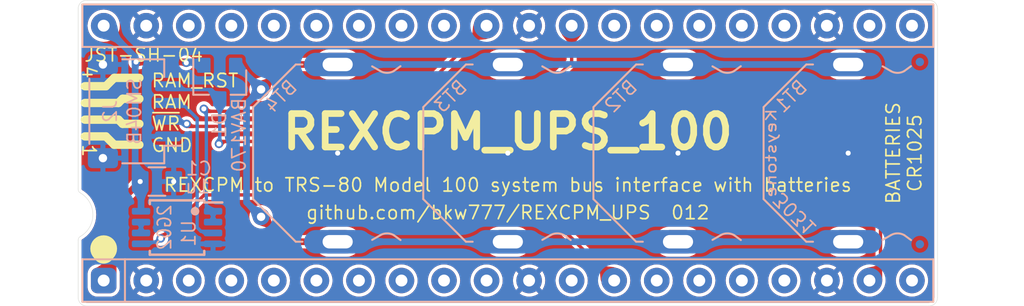
<source format=kicad_pcb>
(kicad_pcb (version 20240108) (generator "pcbnew") (generator_version "8.0")
  (title_block (title "REXCPM_UPS_100") (date "2023-11-20") (rev "012") (company "Brian K. White - b.kenyon.w@gmail.com") (comment 1 "github.com/bkw777/REXCPM_UPS"))
  (layers (0 "F.Cu" signal) (31 "B.Cu" signal) (34 "B.Paste" user) (35 "F.Paste" user) (36 "B.SilkS" user "B.Silkscreen") (37 "F.SilkS" user "F.Silkscreen") (38 "B.Mask" user) (39 "F.Mask" user) (44 "Edge.Cuts" user))
  (net 0 "")
  (net 1 "GND")
  (net 2 "VBUS")
  (net 8 "/A15")
  (net 13 "/IO{slash}~{M}")
  (net 17 "/~{WR}")
  (net 34 "/RAM")
  (net 35 "/RAM_RST")
  (net 36 "Net-(U1-Pad6)")
  (net 37 "/BATT+")
  (footprint "000_LOCAL:TestPoint_THTPad_D1.0mm_Drill0.5mm" (layer "F.Cu") (at 121.793 108.585)
    (property "Reference" "REF**" (hide yes))
    (property "Value" "TestPoint_THTPad_D1.0mm_Drill0.5mm")
    (pad "1" thru_hole circle (at 0 0) (size 1 1) (drill 0.5) (layers "*.Cu" "*.Mask") (net 37 "/BATT+"))
  )
  (footprint "000_LOCAL:TestPoint_THTPad_D1.0mm_Drill0.5mm" (layer "F.Cu") (at 121.793 100.965)
    (property "Reference" "REF**" (hide yes))
    (property "Value" "TestPoint_THTPad_D1.0mm_Drill0.5mm")
    (pad "1" thru_hole circle (at 0 0) (size 1 1) (drill 0.5) (layers "*.Cu" "*.Mask") (net 37 "/BATT+"))
  )
  (footprint "000_LOCAL:DIP-40_PCB" (layer "B.Cu") (at 136.525 104.775)
    (property "Reference" "J1" (hide yes))
    (property "Value" "Model_100_System_BUS")
    (fp_line (start -25.4 -8.89) (end 25.4 -8.89) (stroke (width 0.12)) (layer "B.SilkS"))
    (fp_line (start -25.4 -6.35) (end -25.4 -8.89) (stroke (width 0.12)) (layer "B.SilkS"))
    (fp_line (start -25.4 6.35) (end 25.4 6.35) (stroke (width 0.12)) (layer "B.SilkS"))
    (fp_line (start -25.4 8.89) (end -25.4 6.35) (stroke (width 0.12)) (layer "B.SilkS"))
    (fp_line (start -22.86 8.89) (end -22.86 6.35) (stroke (width 0.12)) (layer "B.SilkS"))
    (fp_line (start 25.4 -8.89) (end 25.4 -6.35) (stroke (width 0.12)) (layer "B.SilkS"))
    (fp_line (start 25.4 -6.35) (end -25.4 -6.35) (stroke (width 0.12)) (layer "B.SilkS"))
    (fp_line (start 25.4 6.35) (end 25.4 8.89) (stroke (width 0.12)) (layer "B.SilkS"))
    (fp_line (start 25.4 8.89) (end -25.4 8.89) (stroke (width 0.12)) (layer "B.SilkS"))
    (fp_circle (center -24.13 5.969) (end -23.495 5.969) (stroke (width 0.01)) (fill solid) (layer "F.SilkS"))
    (fp_line (start -25.654 -8.636) (end -25.654 2.159) (stroke (width 0.0254)) (layer "Edge.Cuts"))
    (fp_line (start -25.654 5.207) (end -25.654 8.636) (stroke (width 0.0254)) (layer "Edge.Cuts"))
    (fp_line (start -25.146 9.144) (end 25.146 9.144) (stroke (width 0.0254)) (layer "Edge.Cuts"))
    (fp_line (start 25.146 -9.144) (end -25.146 -9.144) (stroke (width 0.0254)) (layer "Edge.Cuts"))
    (fp_line (start 25.654 8.636) (end 25.654 -8.636) (stroke (width 0.0254)) (layer "Edge.Cuts"))
    (fp_arc (start -25.654 -8.636) (mid -25.50521 -8.99521) (end -25.146 -9.144) (stroke (width 0.0254)) (layer "Edge.Cuts"))
    (fp_arc (start -25.654 5.207) (mid -25.61997 5.080003) (end -25.527 4.987036) (stroke (width 0.0254)) (layer "Edge.Cuts"))
    (fp_arc (start -25.527 2.378964) (mid -25.61997 2.285997) (end -25.654 2.159) (stroke (width 0.0254)) (layer "Edge.Cuts"))
    (fp_arc (start -25.527 2.378964) (mid -24.774114 3.683) (end -25.527 4.987036) (stroke (width 0.0254)) (layer "Edge.Cuts"))
    (fp_arc (start -25.146 9.144) (mid -25.50521 8.99521) (end -25.654 8.636) (stroke (width 0.0254)) (layer "Edge.Cuts"))
    (fp_arc (start 25.146 -9.144) (mid 25.50521 -8.99521) (end 25.654 -8.636) (stroke (width 0.0254)) (layer "Edge.Cuts"))
    (fp_arc (start 25.654 8.636) (mid 25.50521 8.99521) (end 25.146 9.144) (stroke (width 0.0254)) (layer "Edge.Cuts"))
    (pad "1" thru_hole roundrect (at -24.13 7.62 270) (size 1.524 1.524) (drill 0.7112) (layers "*.Cu" "*.Mask") (net 2 "VBUS"))
    (pad "2" thru_hole circle (at -21.59 7.62 270) (size 1.524 1.524) (drill 0.7112) (layers "*.Cu" "*.Mask") (net 1 "GND"))
    (pad "3" thru_hole circle (at -19.05 7.62 270) (size 1.524 1.524) (drill 0.7112) (layers "*.Cu" "*.Mask"))
    (pad "4" thru_hole circle (at -16.51 7.62 270) (size 1.524 1.524) (drill 0.7112) (layers "*.Cu" "*.Mask"))
    (pad "5" thru_hole circle (at -13.97 7.62 270) (size 1.524 1.524) (drill 0.7112) (layers "*.Cu" "*.Mask"))
    (pad "6" thru_hole circle (at -11.43 7.62 270) (size 1.524 1.524) (drill 0.7112) (layers "*.Cu" "*.Mask"))
    (pad "7" thru_hole circle (at -8.89 7.62 270) (size 1.524 1.524) (drill 0.7112) (layers "*.Cu" "*.Mask"))
    (pad "8" thru_hole circle (at -6.35 7.62 270) (size 1.524 1.524) (drill 0.7112) (layers "*.Cu" "*.Mask"))
    (pad "9" thru_hole circle (at -3.81 7.62 270) (size 1.524 1.524) (drill 0.7112) (layers "*.Cu" "*.Mask"))
    (pad "10" thru_hole circle (at -1.27 7.62 270) (size 1.524 1.524) (drill 0.7112) (layers "*.Cu" "*.Mask"))
    (pad "11" thru_hole circle (at 1.27 7.62 270) (size 1.524 1.524) (drill 0.7112) (layers "*.Cu" "*.Mask") (net 1 "GND"))
    (pad "12" thru_hole circle (at 3.81 7.62 270) (size 1.524 1.524) (drill 0.7112) (layers "*.Cu" "*.Mask"))
    (pad "13" thru_hole circle (at 6.35 7.62 270) (size 1.524 1.524) (drill 0.7112) (layers "*.Cu" "*.Mask") (net 13 "/IO{slash}~{M}"))
    (pad "14" thru_hole circle (at 8.89 7.62 270) (size 1.524 1.524) (drill 0.7112) (layers "*.Cu" "*.Mask"))
    (pad "15" thru_hole circle (at 11.43 7.62 270) (size 1.524 1.524) (drill 0.7112) (layers "*.Cu" "*.Mask"))
    (pad "16" thru_hole circle (at 13.97 7.62 270) (size 1.524 1.524) (drill 0.7112) (layers "*.Cu" "*.Mask"))
    (pad "17" thru_hole circle (at 16.51 7.62 270) (size 1.524 1.524) (drill 0.7112) (layers "*.Cu" "*.Mask"))
    (pad "18" thru_hole circle (at 19.05 7.62 270) (size 1.524 1.524) (drill 0.7112) (layers "*.Cu" "*.Mask") (net 1 "GND"))
    (pad "19" thru_hole circle (at 21.59 7.62 270) (size 1.524 1.524) (drill 0.7112) (layers "*.Cu" "*.Mask") (net 35 "/RAM_RST"))
    (pad "20" thru_hole circle (at 24.13 7.62 270) (size 1.524 1.524) (drill 0.7112) (layers "*.Cu" "*.Mask"))
    (pad "21" thru_hole circle (at 24.13 -7.62 270) (size 1.524 1.524) (drill 0.7112) (layers "*.Cu" "*.Mask"))
    (pad "22" thru_hole circle (at 21.59 -7.62 270) (size 1.524 1.524) (drill 0.7112) (layers "*.Cu" "*.Mask"))
    (pad "23" thru_hole circle (at 19.05 -7.62 270) (size 1.524 1.524) (drill 0.7112) (layers "*.Cu" "*.Mask") (net 1 "GND"))
    (pad "24" thru_hole circle (at 16.51 -7.62 270) (size 1.524 1.524) (drill 0.7112) (layers "*.Cu" "*.Mask"))
    (pad "25" thru_hole circle (at 13.97 -7.62 270) (size 1.524 1.524) (drill 0.7112) (layers "*.Cu" "*.Mask"))
    (pad "26" thru_hole circle (at 11.43 -7.62 270) (size 1.524 1.524) (drill 0.7112) (layers "*.Cu" "*.Mask"))
    (pad "27" thru_hole circle (at 8.89 -7.62 270) (size 1.524 1.524) (drill 0.7112) (layers "*.Cu" "*.Mask"))
    (pad "28" thru_hole circle (at 6.35 -7.62 270) (size 1.524 1.524) (drill 0.7112) (layers "*.Cu" "*.Mask"))
    (pad "29" thru_hole circle (at 3.81 -7.62 270) (size 1.524 1.524) (drill 0.7112) (layers "*.Cu" "*.Mask") (net 17 "/~{WR}"))
    (pad "30" thru_hole circle (at 1.27 -7.62 270) (size 1.524 1.524) (drill 0.7112) (layers "*.Cu" "*.Mask") (net 1 "GND"))
    (pad "31" thru_hole circle (at -1.27 -7.62 270) (size 1.524 1.524) (drill 0.7112) (layers "*.Cu" "*.Mask") (net 8 "/A15"))
    (pad "32" thru_hole circle (at -3.81 -7.62 270) (size 1.524 1.524) (drill 0.7112) (layers "*.Cu" "*.Mask"))
    (pad "33" thru_hole circle (at -6.35 -7.62 270) (size 1.524 1.524) (drill 0.7112) (layers "*.Cu" "*.Mask"))
    (pad "34" thru_hole circle (at -8.89 -7.62 270) (size 1.524 1.524) (drill 0.7112) (layers "*.Cu" "*.Mask"))
    (pad "35" thru_hole circle (at -11.43 -7.62 270) (size 1.524 1.524) (drill 0.7112) (layers "*.Cu" "*.Mask"))
    (pad "36" thru_hole circle (at -13.97 -7.62 270) (size 1.524 1.524) (drill 0.7112) (layers "*.Cu" "*.Mask"))
    (pad "37" thru_hole circle (at -16.51 -7.62 270) (size 1.524 1.524) (drill 0.7112) (layers "*.Cu" "*.Mask"))
    (pad "38" thru_hole circle (at -19.05 -7.62 270) (size 1.524 1.524) (drill 0.7112) (layers "*.Cu" "*.Mask"))
    (pad "39" thru_hole circle (at -21.59 -7.62 270) (size 1.524 1.524) (drill 0.7112) (layers "*.Cu" "*.Mask") (net 1 "GND"))
    (pad "40" thru_hole circle (at -24.13 -7.62 270) (size 1.524 1.524) (drill 0.7112) (layers "*.Cu" "*.Mask") (net 2 "VBUS"))
  )
  (footprint "000_LOCAL:SOT-23" (layer "B.Cu") (at 119.325 100.525 -90)
    (property "Reference" "D1" (at 1.725 0.025 90) (layer "B.SilkS") (effects (font (size 0.8 0.8) (thickness 0.1)) (justify left mirror)))
    (property "Value" "BAV170" (at 0.875 -1.15 90) (layer "B.SilkS") (effects (font (size 0.8 0.8) (thickness 0.1)) (justify left mirror)))
    (fp_line (start 0.76 1.58) (end -1.4 1.58) (stroke (width 0.12)) (layer "B.SilkS"))
    (fp_line (start 0.76 1.58) (end 0.76 0.65) (stroke (width 0.12)) (layer "B.SilkS"))
    (fp_line (start 0.76 -1.58) (end 0.76 -0.65) (stroke (width 0.12)) (layer "B.SilkS"))
    (fp_line (start 0.76 -1.58) (end -0.7 -1.58) (stroke (width 0.12)) (layer "B.SilkS"))
    (pad "1" smd roundrect (at -1 0.95 270) (size 0.9 0.8) (layers "B.Cu" "B.Paste" "B.Mask") (roundrect_rratio 0.1) (net 2 "VBUS"))
    (pad "2" smd roundrect (at -1 -0.95 270) (size 0.9 0.8) (layers "B.Cu" "B.Paste" "B.Mask") (roundrect_rratio 0.1) (net 37 "/BATT+"))
    (pad "3" smd roundrect (at 1 0 270) (size 0.9 0.8) (layers "B.Cu" "B.Paste" "B.Mask") (roundrect_rratio 0.1) (net 35 "/RAM_RST"))
  )
  (footprint "000_LOCAL:Fiducial_0.5_1.0" (layer "B.Cu") (at 112.425 110.225)
    (property "Reference" "REF**" (hide yes))
    (property "Value" "Fiducial_0.5_1.0")
    (pad "" smd circle (at 0 0) (size 0.5 0.5) (layers "B.Cu" "B.Mask") (clearance 0.25))
  )
  (footprint "000_LOCAL:JST_SH_SM04B-SRSS-TB_1x04-1MP_P1.00mm_Horizontal" (layer "B.Cu") (at 114.225 102.275 90)
    (property "Reference" "J2" (at 0 -1.45 -90) (layer "B.SilkS") (effects (font (size 0.8 0.8) (thickness 0.1)) (justify mirror)))
    (property "Value" "SM04B" (at 0 0 90) (layer "B.SilkS") (effects (font (size 0.8 0.8) (thickness 0.1)) (justify mirror)))
    (fp_line (start -1.94 -2.685) (end 1.94 -2.685) (stroke (width 0.12)) (layer "B.SilkS"))
    (fp_line (start 3.11 -0.715) (end 3.11 1.785) (stroke (width 0.12)) (layer "B.SilkS"))
    (fp_line (start -3.11 -0.715) (end -3.11 1.785) (stroke (width 0.12)) (layer "B.SilkS"))
    (fp_line (start 3.11 1.785) (end 2.06 1.785) (stroke (width 0.12)) (layer "B.SilkS"))
    (fp_line (start -2.06 1.785) (end -2.06 2.775) (stroke (width 0.12)) (layer "B.SilkS"))
    (fp_line (start -3.11 1.785) (end -2.06 1.785) (stroke (width 0.12)) (layer "B.SilkS"))
    (pad "1" smd roundrect (at -1.5 2 90) (size 0.6 1.55) (layers "B.Cu" "B.Paste" "B.Mask") (net 1 "GND"))
    (pad "2" smd roundrect (at -0.5 2 90) (size 0.6 1.55) (layers "B.Cu" "B.Paste" "B.Mask") (net 17 "/~{WR}"))
    (pad "3" smd roundrect (at 0.5 2 90) (size 0.6 1.55) (layers "B.Cu" "B.Paste" "B.Mask") (net 34 "/RAM"))
    (pad "4" smd roundrect (at 1.5 2 90) (size 0.6 1.55) (layers "B.Cu" "B.Paste" "B.Mask") (net 35 "/RAM_RST"))
    (pad "MP" smd roundrect (at -2.8 -1.875 90) (size 1.2 1.8) (layers "B.Cu" "B.Paste" "B.Mask") (roundrect_rratio 0.208333) (net 1 "GND"))
    (pad "MP" smd roundrect (at 2.8 -1.875 90) (size 1.2 1.8) (layers "B.Cu" "B.Paste" "B.Mask") (roundrect_rratio 0.208333) (net 1 "GND"))
  )
  (footprint "000_LOCAL:Fiducial_0.5_1.0" (layer "B.Cu") (at 161.125 99.325)
    (property "Reference" "REF**" (hide yes))
    (property "Value" "Fiducial_0.5_1.0")
    (pad "" smd circle (at 0 0) (size 0.5 0.5) (layers "B.Cu" "B.Mask") (clearance 0.25))
  )
  (footprint "000_LOCAL:Keystone_3031" (layer "B.Cu") (at 146.685 104.775 -90)
    (property "Reference" "BT2" (at -3.4 3.41 45) (layer "B.SilkS") (effects (font (size 0.8 0.8) (thickness 0.1)) (justify mirror)))
    (property "Value" "Keystone_3031")
    (fp_line (start 2.75 5.05) (end -2.75 5.05) (stroke (width 0.12)) (layer "B.SilkS"))
    (fp_line (start -5.3 2.5) (end -2.75 5.05) (stroke (width 0.12)) (layer "B.SilkS"))
    (fp_line (start 5.3 2.5) (end 2.75 5.05) (stroke (width 0.12)) (layer "B.SilkS"))
    (fp_line (start -5.3 2.1) (end -5.3 2.5) (stroke (width 0.12)) (layer "B.SilkS"))
    (fp_line (start 5.3 2.1) (end 5.3 2.5) (stroke (width 0.12)) (layer "B.SilkS"))
    (fp_line (start -5.19 -2.0574) (end -4.905239 -2.549272) (stroke (width 0.12)) (layer "B.SilkS"))
    (fp_line (start 5.19 -2.059456) (end 4.905239 -2.551328) (stroke (width 0.12)) (layer "B.SilkS"))
    (fp_line (start -4.906989 -3.350265) (end -5.2 -3.75) (stroke (width 0.12)) (layer "B.SilkS"))
    (fp_line (start 4.906989 -3.352321) (end 5.2 -3.752056) (stroke (width 0.12)) (layer "B.SilkS"))
    (fp_arc (start 4.905239 -2.551328) (mid 4.8 -2.952056) (end 4.906989 -3.352321) (stroke (width 0.12)) (layer "B.SilkS"))
    (fp_arc (start -4.906989 -3.350265) (mid -4.8 -2.95) (end -4.905239 -2.549272) (stroke (width 0.12)) (layer "B.SilkS"))
    (pad "1" thru_hole oval (at -5.3 0 270) (size 1.4 2.4) (drill oval 0.8 1.8) (layers "*.Cu" "*.Mask") (net 37 "/BATT+"))
    (pad "1" smd oval (at -5.3 0 270) (size 1.4 4) (layers "B.Cu" "B.Mask") (net 37 "/BATT+"))
    (pad "1" thru_hole oval (at 5.3 0 270) (size 1.4 2.4) (drill oval 0.8 1.8) (layers "*.Cu" "*.Mask") (net 37 "/BATT+"))
    (pad "1" smd oval (at 5.3 0 270) (size 1.4 4) (layers "B.Cu" "B.Mask") (net 37 "/BATT+"))
    (pad "2" smd circle (at 0 0 270) (size 8 8) (layers "B.Cu" "B.Mask") (net 1 "GND"))
  )
  (footprint "000_LOCAL:TSSOP-8_3x3mm_P0.65mm" (layer "B.Cu") (at 116.775 109.225 180)
    (property "Reference" "U1" (at -0.7 -0.35 90) (layer "B.SilkS") (effects (font (size 0.8 0.8) (thickness 0.1)) (justify mirror)))
    (property "Value" "2G02" (at 0.75 0 90) (layer "B.SilkS") (effects (font (size 0.8 0.7) (thickness 0.1)) (justify mirror)))
    (fp_line (start 1.625 1.625) (end 1.625 1.4) (stroke (width 0.15)) (layer "B.SilkS"))
    (fp_line (start 1.625 -1.625) (end 1.625 -1.4) (stroke (width 0.15)) (layer "B.SilkS"))
    (fp_line (start -1.625 1.625) (end 1.625 1.625) (stroke (width 0.15)) (layer "B.SilkS"))
    (fp_line (start -1.625 1.625) (end -1.625 1.5) (stroke (width 0.15)) (layer "B.SilkS"))
    (fp_line (start -1.625 1.5) (end -2.7 1.5) (stroke (width 0.15)) (layer "B.SilkS"))
    (fp_line (start -1.625 -1.625) (end 1.625 -1.625) (stroke (width 0.15)) (layer "B.SilkS"))
    (fp_line (start -1.625 -1.625) (end -1.625 -1.4) (stroke (width 0.15)) (layer "B.SilkS"))
    (fp_circle (center -1.075 0.975) (end -0.825 0.975) (stroke (width 0.01)) (fill solid) (layer "B.SilkS"))
    (pad "1" smd roundrect (at -2.15 0.975 180) (size 1.1 0.4) (layers "B.Cu" "B.Paste" "B.Mask") (net 8 "/A15"))
    (pad "2" smd roundrect (at -2.15 0.325 180) (size 1.1 0.4) (layers "B.Cu" "B.Paste" "B.Mask") (net 8 "/A15"))
    (pad "3" smd roundrect (at -2.15 -0.325 180) (size 1.1 0.4) (layers "B.Cu" "B.Paste" "B.Mask") (net 34 "/RAM"))
    (pad "4" smd roundrect (at -2.15 -0.975 180) (size 1.1 0.4) (layers "B.Cu" "B.Paste" "B.Mask") (net 1 "GND"))
    (pad "5" smd roundrect (at 2.15 -0.975 180) (size 1.1 0.4) (layers "B.Cu" "B.Paste" "B.Mask") (net 13 "/IO{slash}~{M}"))
    (pad "6" smd roundrect (at 2.15 -0.325 180) (size 1.1 0.4) (layers "B.Cu" "B.Paste" "B.Mask") (net 36 "Net-(U1-Pad6)"))
    (pad "7" smd roundrect (at 2.15 0.325 180) (size 1.1 0.4) (layers "B.Cu" "B.Paste" "B.Mask") (net 36 "Net-(U1-Pad6)"))
    (pad "8" smd roundrect (at 2.15 0.975 180) (size 1.1 0.4) (layers "B.Cu" "B.Paste" "B.Mask") (net 2 "VBUS"))
  )
  (footprint "000_LOCAL:Keystone_3031" (layer "B.Cu") (at 136.525 104.775 -90)
    (property "Reference" "BT3" (at -3.4 3.41 45) (layer "B.SilkS") (effects (font (size 0.8 0.8) (thickness 0.1)) (justify mirror)))
    (property "Value" "Keystone_3031")
    (fp_line (start 2.75 5.05) (end -2.75 5.05) (stroke (width 0.12)) (layer "B.SilkS"))
    (fp_line (start -5.3 2.5) (end -2.75 5.05) (stroke (width 0.12)) (layer "B.SilkS"))
    (fp_line (start 5.3 2.5) (end 2.75 5.05) (stroke (width 0.12)) (layer "B.SilkS"))
    (fp_line (start -5.3 2.1) (end -5.3 2.5) (stroke (width 0.12)) (layer "B.SilkS"))
    (fp_line (start 5.3 2.1) (end 5.3 2.5) (stroke (width 0.12)) (layer "B.SilkS"))
    (fp_line (start -5.19 -2.0574) (end -4.905239 -2.549272) (stroke (width 0.12)) (layer "B.SilkS"))
    (fp_line (start 5.19 -2.059456) (end 4.905239 -2.551328) (stroke (width 0.12)) (layer "B.SilkS"))
    (fp_line (start -4.906989 -3.350265) (end -5.2 -3.75) (stroke (width 0.12)) (layer "B.SilkS"))
    (fp_line (start 4.906989 -3.352321) (end 5.2 -3.752056) (stroke (width 0.12)) (layer "B.SilkS"))
    (fp_arc (start 4.905239 -2.551328) (mid 4.8 -2.952056) (end 4.906989 -3.352321) (stroke (width 0.12)) (layer "B.SilkS"))
    (fp_arc (start -4.906989 -3.350265) (mid -4.8 -2.95) (end -4.905239 -2.549272) (stroke (width 0.12)) (layer "B.SilkS"))
    (pad "1" thru_hole oval (at -5.3 0 270) (size 1.4 2.4) (drill oval 0.8 1.8) (layers "*.Cu" "*.Mask") (net 37 "/BATT+"))
    (pad "1" smd oval (at -5.3 0 270) (size 1.4 4) (layers "B.Cu" "B.Mask") (net 37 "/BATT+"))
    (pad "1" thru_hole oval (at 5.3 0 270) (size 1.4 2.4) (drill oval 0.8 1.8) (layers "*.Cu" "*.Mask") (net 37 "/BATT+"))
    (pad "1" smd oval (at 5.3 0 270) (size 1.4 4) (layers "B.Cu" "B.Mask") (net 37 "/BATT+"))
    (pad "2" smd circle (at 0 0 270) (size 8 8) (layers "B.Cu" "B.Mask") (net 1 "GND"))
  )
  (footprint "000_LOCAL:C_0805" (layer "B.Cu") (at 115.575 106.475)
    (property "Reference" "C1" (at 1.65 -0.775 0) (layer "B.SilkS") (effects (font (size 0.8 0.8) (thickness 0.1)) (justify right mirror)))
    (property "Value" "1u" (at 1.625 0.3 0) (layer "B.SilkS") (effects (font (size 0.8 0.8) (thickness 0.1)) (justify right mirror)))
    (fp_line (start -0.5 -0.85) (end 0.5 -0.85) (stroke (width 0.12)) (layer "B.SilkS"))
    (fp_line (start 0.5 0.85) (end -0.5 0.85) (stroke (width 0.12)) (layer "B.SilkS"))
    (pad "1" smd roundrect (at -1 0) (size 1 1.25) (layers "B.Cu" "B.Paste" "B.Mask") (roundrect_rratio 0.1) (net 2 "VBUS"))
    (pad "2" smd roundrect (at 1 0) (size 1 1.25) (layers "B.Cu" "B.Paste" "B.Mask") (roundrect_rratio 0.1) (net 1 "GND"))
  )
  (footprint "000_LOCAL:Fiducial_0.5_1.0" (layer "B.Cu") (at 161.125 110.225)
    (property "Reference" "REF**" (hide yes))
    (property "Value" "Fiducial_0.5_1.0")
    (pad "" smd circle (at 0 0) (size 0.5 0.5) (layers "B.Cu" "B.Mask") (clearance 0.25))
  )
  (footprint "000_LOCAL:Keystone_3031" (layer "B.Cu") (at 126.365 104.775 -90)
    (property "Reference" "BT4" (at -3.4 3.4 45) (layer "B.SilkS") (effects (font (size 0.8 0.8) (thickness 0.1)) (justify mirror)))
    (property "Value" "Keystone_3031")
    (fp_line (start 2.75 5.05) (end -2.75 5.05) (stroke (width 0.12)) (layer "B.SilkS"))
    (fp_line (start -5.3 2.5) (end -2.75 5.05) (stroke (width 0.12)) (layer "B.SilkS"))
    (fp_line (start 5.3 2.5) (end 2.75 5.05) (stroke (width 0.12)) (layer "B.SilkS"))
    (fp_line (start -5.3 2.1) (end -5.3 2.5) (stroke (width 0.12)) (layer "B.SilkS"))
    (fp_line (start 5.3 2.1) (end 5.3 2.5) (stroke (width 0.12)) (layer "B.SilkS"))
    (fp_line (start -5.19 -2.0574) (end -4.905239 -2.549272) (stroke (width 0.12)) (layer "B.SilkS"))
    (fp_line (start 5.19 -2.059456) (end 4.905239 -2.551328) (stroke (width 0.12)) (layer "B.SilkS"))
    (fp_line (start -4.906989 -3.350265) (end -5.2 -3.75) (stroke (width 0.12)) (layer "B.SilkS"))
    (fp_line (start 4.906989 -3.352321) (end 5.2 -3.752056) (stroke (width 0.12)) (layer "B.SilkS"))
    (fp_arc (start 4.905239 -2.551328) (mid 4.8 -2.952056) (end 4.906989 -3.352321) (stroke (width 0.12)) (layer "B.SilkS"))
    (fp_arc (start -4.906989 -3.350265) (mid -4.8 -2.95) (end -4.905239 -2.549272) (stroke (width 0.12)) (layer "B.SilkS"))
    (pad "1" thru_hole oval (at -5.3 0 270) (size 1.4 2.4) (drill oval 0.8 1.8) (layers "*.Cu" "*.Mask") (net 37 "/BATT+"))
    (pad "1" smd oval (at -5.3 0 270) (size 1.4 4) (layers "B.Cu" "B.Mask") (net 37 "/BATT+"))
    (pad "1" thru_hole oval (at 5.3 0 270) (size 1.4 2.4) (drill oval 0.8 1.8) (layers "*.Cu" "*.Mask") (net 37 "/BATT+"))
    (pad "1" smd oval (at 5.3 0 270) (size 1.4 4) (layers "B.Cu" "B.Mask") (net 37 "/BATT+"))
    (pad "2" smd circle (at 0 0 270) (size 8 8) (layers "B.Cu" "B.Mask") (net 1 "GND"))
  )
  (footprint "000_LOCAL:Keystone_3031" (layer "B.Cu") (at 156.845 104.775 -90)
    (property "Reference" "BT1" (at -3.4 3.42 45) (layer "B.SilkS") (effects (font (size 0.8 0.8) (thickness 0.1)) (justify mirror)))
    (property "Value" "Keystone_3031")
    (fp_line (start 2.75 5.05) (end -2.75 5.05) (stroke (width 0.12)) (layer "B.SilkS"))
    (fp_line (start -5.3 2.5) (end -2.75 5.05) (stroke (width 0.12)) (layer "B.SilkS"))
    (fp_line (start 5.3 2.5) (end 2.75 5.05) (stroke (width 0.12)) (layer "B.SilkS"))
    (fp_line (start -5.3 2.1) (end -5.3 2.5) (stroke (width 0.12)) (layer "B.SilkS"))
    (fp_line (start 5.3 2.1) (end 5.3 2.5) (stroke (width 0.12)) (layer "B.SilkS"))
    (fp_line (start -5.19 -2.0574) (end -4.905239 -2.549272) (stroke (width 0.12)) (layer "B.SilkS"))
    (fp_line (start 5.19 -2.059456) (end 4.905239 -2.551328) (stroke (width 0.12)) (layer "B.SilkS"))
    (fp_line (start -4.906989 -3.350265) (end -5.2 -3.75) (stroke (width 0.12)) (layer "B.SilkS"))
    (fp_line (start 4.906989 -3.352321) (end 5.2 -3.752056) (stroke (width 0.12)) (layer "B.SilkS"))
    (fp_arc (start 4.905239 -2.551328) (mid 4.8 -2.952056) (end 4.906989 -3.352321) (stroke (width 0.12)) (layer "B.SilkS"))
    (fp_arc (start -4.906989 -3.350265) (mid -4.8 -2.95) (end -4.905239 -2.549272) (stroke (width 0.12)) (layer "B.SilkS"))
    (pad "1" thru_hole oval (at -5.3 0 270) (size 1.4 2.4) (drill oval 0.8 1.8) (layers "*.Cu" "*.Mask") (net 37 "/BATT+"))
    (pad "1" smd oval (at -5.3 0 270) (size 1.4 4) (layers "B.Cu" "B.Mask") (net 37 "/BATT+"))
    (pad "1" thru_hole oval (at 5.3 0 270) (size 1.4 2.4) (drill oval 0.8 1.8) (layers "*.Cu" "*.Mask") (net 37 "/BATT+"))
    (pad "1" smd oval (at 5.3 0 270) (size 1.4 4) (layers "B.Cu" "B.Mask") (net 37 "/BATT+"))
    (pad "2" smd circle (at 0 0 270) (size 8 8) (layers "B.Cu" "B.Mask") (net 1 "GND"))
  )
  (gr_circle (center 112.395 110.49) (end 111.995 110.49) (stroke (width 0.8)) (fill none) (layer "F.SilkS"))
  (gr_line (start 113.525 101.525) (end 114.525 101.525) (stroke (width 0.5)) (layer "F.SilkS"))
  (gr_line (start 111.275 100.775) (end 112.525 100.775) (stroke (width 0.5)) (layer "F.SilkS"))
  (gr_line (start 113.525 103.025) (end 114.525 103.025) (stroke (width 0.5)) (layer "F.SilkS"))
  (gr_line (start 113.275 102.775) (end 113.525 103.025) (stroke (width 0.5)) (layer "F.SilkS"))
  (gr_line (start 112.525 100.775) (end 113.025 100.275) (stroke (width 0.5)) (layer "F.SilkS"))
  (gr_line (start 111.275 103.775) (end 112.525 103.775) (stroke (width 0.5)) (layer "F.SilkS"))
  (gr_line (start 113.025 104.275) (end 114.525 104.275) (stroke (width 0.5)) (layer "F.SilkS"))
  (gr_line (start 113.275 101.775) (end 113.525 101.525) (stroke (width 0.5)) (layer "F.SilkS"))
  (gr_line (start 112.525 103.775) (end 113.025 104.275) (stroke (width 0.5)) (layer "F.SilkS"))
  (gr_line (start 113.025 100.275) (end 114.525 100.275) (stroke (width 0.5)) (layer "F.SilkS"))
  (gr_line (start 111.275 102.775) (end 113.275 102.775) (stroke (width 0.5)) (layer "F.SilkS"))
  (gr_line (start 111.275 101.775) (end 113.275 101.775) (stroke (width 0.5)) (layer "F.SilkS"))
  (gr_text "3031" (at 153.675 108.4 135) (layer "B.SilkS") (effects (font (size 0.8 0.8) (thickness 0.1)) (justify mirror)))
  (gr_text "Keystone" (at 152.25 104.775 90) (layer "B.SilkS") (effects (font (size 0.6 0.8) (thickness 0.1) (bold yes)) (justify mirror)))
  (gr_text "1" (at 111.525 104.625 270) (layer "F.SilkS") (effects (font (size 0.8 0.8) (thickness 0.1))))
  (gr_text "RAM_RST\nRAM\n~{WR}\nGND" (at 115.189 102.37 0) (layer "F.SilkS") (effects (font (size 0.8 0.8) (thickness 0.1)) (justify left)))
  (gr_text "${TITLE}" (at 136.525 103.505 0) (layer "F.SilkS") (effects (font (size 2 2) (thickness 0.4) (bold yes))))
  (gr_text "BATTERIES\nCR1025" (at 161.29 104.775 90) (layer "F.SilkS") (effects (font (size 0.8 0.8) (thickness 0.1)) (justify bottom)))
  (gr_text "REXCPM to TRS-80 Model 100 system bus interface with batteries" (at 136.525 106.68 0) (layer "F.SilkS") (effects (font (size 0.8 0.8) (thickness 0.1))))
  (gr_text "${COMMENT1}  ${REVISION}" (at 136.525 108.331 0) (layer "F.SilkS") (effects (font (size 0.8 0.8) (thickness 0.1))))
  (gr_text "4" (at 111.525 99.925 -90) (layer "F.SilkS") (effects (font (size 0.8 0.8) (thickness 0.1))))
  (gr_text "JST-SH-04" (at 111.175 98.9 0) (layer "F.SilkS") (effects (font (size 0.8 0.8) (thickness 0.1)) (justify left)))
  (via (at 126.365 104.775) (size 0.5) (drill 0.3) (layers "F.Cu" "B.Cu") (net 1))
  (via (at 112.35 99.475) (size 1) (drill 0.5) (layers "F.Cu" "B.Cu") (net 1))
  (via (at 136.525 104.775) (size 0.5) (drill 0.3) (layers "F.Cu" "B.Cu") (net 1))
  (via (at 156.845 104.775) (size 0.5) (drill 0.3) (layers "F.Cu" "B.Cu") (net 1))
  (via (at 116.575 106.475) (size 0.5) (drill 0.3) (layers "F.Cu" "B.Cu") (net 1))
  (via (at 112.35 105.075) (size 1) (drill 0.5) (layers "F.Cu" "B.Cu") (net 1))
  (via (at 146.685 104.775) (size 0.5) (drill 0.3) (layers "F.Cu" "B.Cu") (net 1))
  (segment (start 117.325 99.375) (end 117.275 99.325) (width 0.4) (layer "F.Cu") (net 2))
  (segment (start 112.95 112.395) (end 112.395 112.395) (width 0.4) (layer "F.Cu") (net 2))
  (segment (start 112.95 108.1) (end 112.95 112.395) (width 0.4) (layer "F.Cu") (net 2))
  (segment (start 117.275 99.325) (end 114.325 99.325) (width 0.4) (layer "F.Cu") (net 2))
  (segment (start 114.575 106.475) (end 112.95 108.1) (width 0.4) (layer "F.Cu") (net 2))
  (via (at 114.575 106.475) (size 0.5) (drill 0.3) (layers "F.Cu" "B.Cu") (net 2))
  (via (at 117.325 99.375) (size 0.5) (drill 0.3) (layers "F.Cu" "B.Cu") (net 2))
  (via (at 114.325 99.325) (size 0.5) (drill 0.3) (layers "F.Cu" "B.Cu") (net 2))
  (segment (start 114.575 106.475) (end 114.625 106.525) (width 0.4) (layer "B.Cu") (net 2))
  (segment (start 117.325 99.375) (end 117.375 99.325) (width 0.4) (layer "B.Cu") (net 2))
  (segment (start 114.325 99.325) (end 114.275 99.275) (width 0.4) (layer "B.Cu") (net 2))
  (segment (start 114.625 106.525) (end 114.625 108.25) (width 0.4) (layer "B.Cu") (net 2))
  (segment (start 117.375 99.325) (end 118.175 99.325) (width 0.4) (layer "B.Cu") (net 2))
  (segment (start 114.275 106.175) (end 114.275 99.375) (width 0.4) (layer "B.Cu") (net 2))
  (segment (start 114.275 99.375) (end 114.325 99.325) (width 0.4) (layer "B.Cu") (net 2))
  (segment (start 114.275 99.275) (end 114.275 99.035) (width 0.4) (layer "B.Cu") (net 2))
  (segment (start 114.575 106.475) (end 114.275 106.175) (width 0.4) (layer "B.Cu") (net 2))
  (segment (start 118.175 99.325) (end 118.375 99.525) (width 0.4) (layer "B.Cu") (net 2))
  (segment (start 114.275 99.035) (end 112.395 97.155) (width 0.4) (layer "B.Cu") (net 2))
  (segment (start 118.525 102.275) (end 130.135 102.275) (width 0.2) (layer "F.Cu") (net 8))
  (segment (start 130.135 102.275) (end 135.255 97.155) (width 0.2) (layer "F.Cu") (net 8))
  (segment (start 118.375 102.125) (end 118.525 102.275) (width 0.2) (layer "F.Cu") (net 8))
  (via (at 118.375 102.125) (size 0.5) (drill 0.3) (layers "F.Cu" "B.Cu") (net 8))
  (segment (start 118.925 108.25) (end 118.525 108.25) (width 0.2) (layer "B.Cu") (net 8))
  (segment (start 118.925 108.9) (end 118.925 108.25) (width 0.2) (layer "B.Cu") (net 8))
  (segment (start 118.525 108.25) (end 118.525 102.275) (width 0.2) (layer "B.Cu") (net 8))
  (segment (start 118.525 102.275) (end 118.375 102.125) (width 0.2) (layer "B.Cu") (net 8))
  (segment (start 137.755 107.275) (end 142.875 112.395) (width 0.2) (layer "F.Cu") (net 13))
  (segment (start 118.4 107.275) (end 137.755 107.275) (width 0.2) (layer "F.Cu") (net 13))
  (segment (start 115.8 109.875) (end 118.4 107.275) (width 0.2) (layer "F.Cu") (net 13))
  (via (at 115.8 109.875) (size 0.5) (drill 0.3) (layers "F.Cu" "B.Cu") (net 13))
  (segment (start 115.575 110.1) (end 114.725 110.1) (width 0.2) (layer "B.Cu") (net 13))
  (segment (start 115.8 109.875) (end 115.575 110.1) (width 0.2) (layer "B.Cu") (net 13))
  (segment (start 114.725 110.1) (end 114.625 110.2) (width 0.2) (layer "B.Cu") (net 13))
  (segment (start 136.5 103.175) (end 140.335 99.34) (width 0.2) (layer "F.Cu") (net 17))
  (segment (start 117.35 103.025) (end 117.5 103.175) (width 0.2) (layer "F.Cu") (net 17))
  (segment (start 117.5 103.175) (end 136.5 103.175) (width 0.2) (layer "F.Cu") (net 17))
  (segment (start 140.335 99.34) (end 140.335 97.155) (width 0.2) (layer "F.Cu") (net 17))
  (via (at 117.35 103.025) (size 0.5) (drill 0.3) (layers "F.Cu" "B.Cu") (net 17))
  (segment (start 117.3 102.975) (end 117.35 103.025) (width 0.2) (layer "B.Cu") (net 17))
  (segment (start 116.425 102.975) (end 117.3 102.975) (width 0.2) (layer "B.Cu") (net 17))
  (segment (start 116.225 102.775) (end 116.425 102.975) (width 0.2) (layer "B.Cu") (net 17))
  (segment (start 117.975 109.225) (end 117.975 102.7) (width 0.2) (layer "B.Cu") (net 34))
  (segment (start 117.25 101.975) (end 116.425 101.975) (width 0.2) (layer "B.Cu") (net 34))
  (segment (start 118.825 109.45) (end 118.2 109.45) (width 0.2) (layer "B.Cu") (net 34))
  (segment (start 118.2 109.45) (end 117.975 109.225) (width 0.2) (layer "B.Cu") (net 34))
  (segment (start 118.925 109.55) (end 118.825 109.45) (width 0.2) (layer "B.Cu") (net 34))
  (segment (start 117.975 102.7) (end 117.25 101.975) (width 0.2) (layer "B.Cu") (net 34))
  (segment (start 116.425 101.975) (end 116.225 101.775) (width 0.2) (layer "B.Cu") (net 34))
  (segment (start 157.275 104.075) (end 158.775 105.575) (width 0.2) (layer "F.Cu") (net 35))
  (segment (start 119.425 104.075) (end 157.275 104.075) (width 0.2) (layer "F.Cu") (net 35))
  (segment (start 119.275 104.225) (end 119.425 104.075) (width 0.2) (layer "F.Cu") (net 35))
  (segment (start 158.775 105.575) (end 158.775 111.735) (width 0.2) (layer "F.Cu") (net 35))
  (segment (start 158.775 111.735) (end 158.115 112.395) (width 0.2) (layer "F.Cu") (net 35))
  (via (at 119.275 104.225) (size 0.5) (drill 0.3) (layers "F.Cu" "B.Cu") (net 35))
  (segment (start 119.325 104.175) (end 119.325 101.4625) (width 0.2) (layer "B.Cu") (net 35))
  (segment (start 118.8375 100.975) (end 116.425 100.975) (width 0.2) (layer "B.Cu") (net 35))
  (segment (start 119.325 101.4625) (end 118.8375 100.975) (width 0.2) (layer "B.Cu") (net 35))
  (segment (start 119.275 104.225) (end 119.325 104.175) (width 0.2) (layer "B.Cu") (net 35))
  (segment (start 116.425 100.975) (end 116.225 100.775) (width 0.2) (layer "B.Cu") (net 35))
  (segment (start 114.625 109.55) (end 114.625 108.9) (width 0.2) (layer "B.Cu") (net 36))
  (segment (start 126.365 110.075) (end 123.283 110.075) (width 0.4) (layer "F.Cu") (net 37))
  (segment (start 123.283 99.475) (end 126.365 99.475) (width 0.4) (layer "F.Cu") (net 37))
  (segment (start 123.283 110.075) (end 121.793 108.585) (width 0.4) (layer "F.Cu") (net 37))
  (segment (start 121.793 100.965) (end 123.283 99.475) (width 0.4) (layer "F.Cu") (net 37))
  (segment (start 126.365 110.075) (end 136.525 110.075) (width 0.4) (layer "B.Cu") (net 37))
  (segment (start 136.525 99.475) (end 146.685 99.475) (width 0.4) (layer "B.Cu") (net 37))
  (segment (start 120.925 101.833) (end 120.925 107.717) (width 0.4) (layer "B.Cu") (net 37))
  (segment (start 136.525 110.075) (end 146.685 110.075) (width 0.4) (layer "B.Cu") (net 37))
  (segment (start 120.353 99.525) (end 120.275 99.525) (width 0.4) (layer "B.Cu") (net 37))
  (segment (start 121.793 100.965) (end 120.353 99.525) (width 0.4) (layer "B.Cu") (net 37))
  (segment (start 121.793 100.965) (end 120.925 101.833) (width 0.4) (layer "B.Cu") (net 37))
  (segment (start 146.685 99.475) (end 156.845 99.475) (width 0.4) (layer "B.Cu") (net 37))
  (segment (start 120.925 107.717) (end 121.793 108.585) (width 0.4) (layer "B.Cu") (net 37))
  (segment (start 126.365 99.475) (end 136.525 99.475) (width 0.4) (layer "B.Cu") (net 37))
  (segment (start 146.685 110.075) (end 156.845 110.075) (width 0.4) (layer "B.Cu") (net 37))
  (zone (net 1) (net_name "GND") (layer "F.Cu") (connect_pads (clearance 0.2)) (min_thickness 0.2) (fill yes (thermal_gap 0.2) (thermal_bridge_width 0.3) (smoothing fillet) (radius 0.2))
    (polygon (pts (xy 110.871 113.919) (xy 162.179 113.919) (xy 162.179 95.631) (xy 110.871 95.631)))
  )
  (zone (net 1) (net_name "GND") (layer "B.Cu") (connect_pads (clearance 0.2)) (min_thickness 0.2) (fill yes (thermal_gap 0.2) (thermal_bridge_width 0.3) (smoothing fillet) (radius 0.2))
    (polygon (pts (xy 110.871 113.919) (xy 162.179 113.919) (xy 162.179 95.631) (xy 110.871 95.631)))
  )
)
</source>
